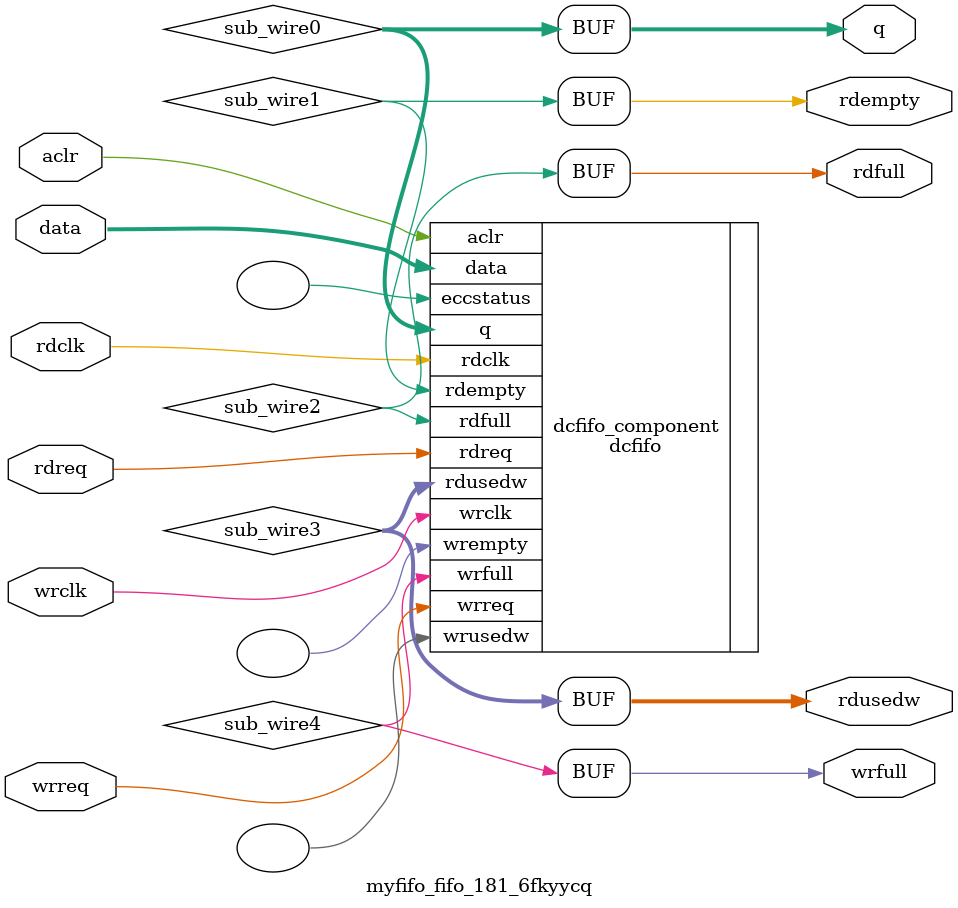
<source format=v>



`timescale 1 ps / 1 ps
// synopsys translate_on
module  myfifo_fifo_181_6fkyycq  (
    aclr,
    data,
    rdclk,
    rdreq,
    wrclk,
    wrreq,
    q,
    rdempty,
    rdfull,
    rdusedw,
    wrfull);

    input    aclr;
    input  [63:0]  data;
    input    rdclk;
    input    rdreq;
    input    wrclk;
    input    wrreq;
    output [63:0]  q;
    output   rdempty;
    output   rdfull;
    output [9:0]  rdusedw;
    output   wrfull;
`ifndef ALTERA_RESERVED_QIS
// synopsys translate_off
`endif
    tri0     aclr;
`ifndef ALTERA_RESERVED_QIS
// synopsys translate_on
`endif

    wire [63:0] sub_wire0;
    wire  sub_wire1;
    wire  sub_wire2;
    wire [9:0] sub_wire3;
    wire  sub_wire4;
    wire [63:0] q = sub_wire0[63:0];
    wire  rdempty = sub_wire1;
    wire  rdfull = sub_wire2;
    wire [9:0] rdusedw = sub_wire3[9:0];
    wire  wrfull = sub_wire4;

    dcfifo  dcfifo_component (
                .aclr (aclr),
                .data (data),
                .rdclk (rdclk),
                .rdreq (rdreq),
                .wrclk (wrclk),
                .wrreq (wrreq),
                .q (sub_wire0),
                .rdempty (sub_wire1),
                .rdfull (sub_wire2),
                .rdusedw (sub_wire3),
                .wrfull (sub_wire4),
                .eccstatus (),
                .wrempty (),
                .wrusedw ());
    defparam
        dcfifo_component.enable_ecc  = "FALSE",
        dcfifo_component.intended_device_family  = "Cyclone 10 GX",
        dcfifo_component.lpm_hint  = "MAXIMUM_DEPTH=1024,DISABLE_DCFIFO_EMBEDDED_TIMING_CONSTRAINT=TRUE",
        dcfifo_component.lpm_numwords  = 1024,
        dcfifo_component.lpm_showahead  = "OFF",
        dcfifo_component.lpm_type  = "dcfifo",
        dcfifo_component.lpm_width  = 64,
        dcfifo_component.lpm_widthu  = 10,
        dcfifo_component.overflow_checking  = "ON",
        dcfifo_component.rdsync_delaypipe  = 4,
        dcfifo_component.read_aclr_synch  = "ON",
        dcfifo_component.underflow_checking  = "ON",
        dcfifo_component.use_eab  = "ON",
        dcfifo_component.write_aclr_synch  = "ON",
        dcfifo_component.wrsync_delaypipe  = 4;


endmodule



</source>
